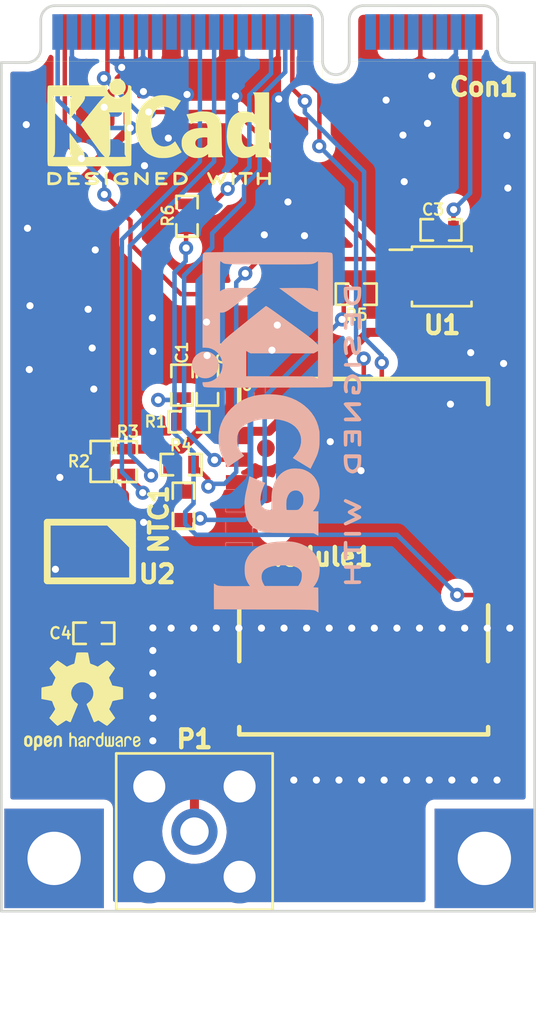
<source format=kicad_pcb>
(kicad_pcb (version 20210228) (generator pcbnew)
  (title_block (title "Lorawan Node based on  E78-868LN22S") (date "2021-01-10") (rev "V1.0") (company "Embedded System Labs"))
  (layers (0 "F.Cu" signal) (31 "B.Cu" signal) (34 "B.Paste" user) (35 "F.Paste" user) (36 "B.SilkS" user "B.Silkscreen") (37 "F.SilkS" user "F.Silkscreen") (38 "B.Mask" user) (39 "F.Mask" user) (44 "Edge.Cuts" user))
  (net 0 "")
  (net 1 "3V3")
  (net 2 "GND")
  (net 3 "Net-(Module1-Pad11)")
  (net 4 "Net-(C1-Pad1)")
  (net 5 "Net-(Con1-Pad20)")
  (net 6 "Net-(Con1-Pad22)")
  (net 7 "Net-(Con1-Pad17)")
  (net 8 "Net-(Con1-Pad19)")
  (net 9 "Net-(Con1-Pad30)")
  (net 10 "Net-(Con1-Pad32)")
  (net 11 "Net-(Con1-Pad45)")
  (net 12 "Net-(Con1-Pad51)")
  (footprint "Mpcie:mpcie-full-card" (layer "F.Cu") (at 153.137843 69.267433 180)
    (fp_text reference "Con1" (at -12.07 -4.64) (layer "F.SilkS") (effects (font (thickness 0.25))))
    (fp_text value "MiniPci" hide)
    (pad "" thru_hole rect (at 12.1 -48.05 180) (size 5.6 5.6) (drill 3) (layers *.Cu))
    (pad "" thru_hole rect (at -12.1 -48.05 180) (size 5.6 5.6) (drill 3) (layers *.Cu))
    (pad "1" smd rect (at -11.7 -1.55 180) (size 0.6 2) (layers "F.Cu" "F.Mask"))
    (pad "2" smd rect (at -11.3 -1.55 180) (size 0.6 2) (layers "B.Cu" "B.Mask") (net 1 "3V3"))
    (pad "3" smd rect (at -10.9 -1.55 180) (size 0.6 2) (layers "F.Cu" "F.Mask"))
    (pad "4" smd rect (at -10.5 -1.55 180) (size 0.6 2) (layers "B.Cu" "B.Mask") (net 2 "GND"))
    (pad "5" smd rect (at -10.1 -1.55 180) (size 0.6 2) (layers "F.Cu" "F.Mask"))
    (pad "6" smd rect (at -9.7 -1.55 180) (size 0.6 2) (layers "B.Cu" "B.Mask"))
    (pad "7" smd rect (at -9.3 -1.55 180) (size 0.6 2) (layers "F.Cu" "F.Mask"))
    (pad "8" smd rect (at -8.9 -1.55 180) (size 0.6 2) (layers "B.Cu" "B.Mask"))
    (pad "9" smd rect (at -8.5 -1.55 180) (size 0.6 2) (layers "F.Cu" "F.Mask") (net 2 "GND"))
    (pad "10" smd rect (at -8.1 -1.55 180) (size 0.6 2) (layers "B.Cu" "B.Mask"))
    (pad "11" smd rect (at -7.7 -1.55 180) (size 0.6 2) (layers "F.Cu" "F.Mask"))
    (pad "12" smd rect (at -7.3 -1.55 180) (size 0.6 2) (layers "B.Cu" "B.Mask"))
    (pad "13" smd rect (at -6.9 -1.55 180) (size 0.6 2) (layers "F.Cu" "F.Mask"))
    (pad "14" smd rect (at -6.5 -1.55 180) (size 0.6 2) (layers "B.Cu" "B.Mask"))
    (pad "15" smd rect (at -6.1 -1.55 180) (size 0.6 2) (layers "F.Cu" "F.Mask") (net 2 "GND"))
    (pad "16" smd rect (at -5.7 -1.55 180) (size 0.6 2) (layers "B.Cu" "B.Mask"))
    (pad "17" smd rect (at -2.1 -1.55 180) (size 0.6 2) (layers "F.Cu" "F.Mask") (net 7 "Net-(Con1-Pad17)"))
    (pad "18" smd rect (at -1.7 -1.55 180) (size 0.6 2) (layers "B.Cu" "B.Mask") (net 2 "GND"))
    (pad "19" smd rect (at -1.3 -1.55 180) (size 0.6 2) (layers "F.Cu" "F.Mask") (net 8 "Net-(Con1-Pad19)"))
    (pad "20" smd rect (at -0.9 -1.55 180) (size 0.6 2) (layers "B.Cu" "B.Mask") (net 5 "Net-(Con1-Pad20)"))
    (pad "21" smd rect (at -0.5 -1.55 180) (size 0.6 2) (layers "F.Cu" "F.Mask") (net 2 "GND"))
    (pad "22" smd rect (at -0.1 -1.55 180) (size 0.6 2) (layers "B.Cu" "B.Mask") (net 6 "Net-(Con1-Pad22)"))
    (pad "23" smd rect (at 0.3 -1.55 180) (size 0.6 2) (layers "F.Cu" "F.Mask"))
    (pad "24" smd rect (at 0.7 -1.55 180) (size 0.6 2) (layers "B.Cu" "B.Mask"))
    (pad "25" smd rect (at 1.1 -1.55 180) (size 0.6 2) (layers "F.Cu" "F.Mask"))
    (pad "26" smd rect (at 1.5 -1.55 180) (size 0.6 2) (layers "B.Cu" "B.Mask") (net 2 "GND"))
    (pad "27" smd rect (at 1.9 -1.55 180) (size 0.6 2) (layers "F.Cu" "F.Mask") (net 2 "GND"))
    (pad "28" smd rect (at 2.3 -1.55 180) (size 0.6 2) (layers "B.Cu" "B.Mask"))
    (pad "29" smd rect (at 2.7 -1.55 180) (size 0.6 2) (layers "F.Cu" "F.Mask") (net 2 "GND"))
    (pad "30" smd rect (at 3.1 -1.55 180) (size 0.6 2) (layers "B.Cu" "B.Mask") (net 9 "Net-(Con1-Pad30)"))
    (pad "31" smd rect (at 3.5 -1.55 180) (size 0.6 2) (layers "F.Cu" "F.Mask"))
    (pad "32" smd rect (at 3.9 -1.55 180) (size 0.6 2) (layers "B.Cu" "B.Mask") (net 10 "Net-(Con1-Pad32)"))
    (pad "33" smd rect (at 4.3 -1.55 180) (size 0.6 2) (layers "F.Cu" "F.Mask"))
    (pad "34" smd rect (at 4.7 -1.55 180) (size 0.6 2) (layers "B.Cu" "B.Mask") (net 2 "GND"))
    (pad "35" smd rect (at 5.1 -1.55 180) (size 0.6 2) (layers "F.Cu" "F.Mask") (net 2 "GND"))
    (pad "36" smd rect (at 5.5 -1.55 180) (size 0.6 2) (layers "B.Cu" "B.Mask"))
    (pad "37" smd rect (at 5.9 -1.55 180) (size 0.6 2) (layers "F.Cu" "F.Mask") (net 2 "GND"))
    (pad "38" smd rect (at 6.3 -1.55 180) (size 0.6 2) (layers "B.Cu" "B.Mask"))
    (pad "39" smd rect (at 6.7 -1.55 180) (size 0.6 2) (layers "F.Cu" "F.Mask") (net 1 "3V3"))
    (pad "40" smd rect (at 7.1 -1.55 180) (size 0.6 2) (layers "B.Cu" "B.Mask") (net 2 "GND"))
    (pad "41" smd rect (at 7.5 -1.55 180) (size 0.6 2) (layers "F.Cu" "F.Mask") (net 1 "3V3"))
    (pad "42" smd rect (at 7.9 -1.55 180) (size 0.6 2) (layers "B.Cu" "B.Mask"))
    (pad "43" smd rect (at 8.3 -1.55 180) (size 0.6 2) (layers "F.Cu" "F.Mask") (net 2 "GND"))
    (pad "44" smd rect (at 8.7 -1.55 180) (size 0.6 2) (layers "B.Cu" "B.Mask"))
    (pad "45" smd rect (at 9.1 -1.55 180) (size 0.6 2) (layers "F.Cu" "F.Mask") (net 11 "Net-(Con1-Pad45)"))
    (pad "46" smd rect (at 9.5 -1.55 180) (size 0.6 2) (layers "B.Cu" "B.Mask"))
    (pad "47" smd rect (at 9.9 -1.55 180) (size 0.6 2) (layers "F.Cu" "F.Mask"))
    (pad "48" smd rect (at 10.3 -1.55 180) (size 0.6 2) (layers "B.Cu" "B.Mask"))
    (pad "49" smd rect (at 10.7 -1.55 180) (size 0.6 2) (layers "F.Cu" "F.Mask"))
    (pad "50" smd rect (at 11.1 -1.55 180) (size 0.6 2) (layers "B.Cu" "B.Mask") (net 2 "GND"))
    (pad "51" smd rect (at 11.5 -1.55 180) (size 0.6 2) (layers "F.Cu" "F.Mask") (net 12 "Net-(Con1-Pad51)"))
    (pad "52" smd rect (at 11.9 -1.55 180) (size 0.6 2) (layers "B.Cu" "B.Mask") (net 1 "3V3"))
  )
  (footprint "RF_Connectors:RF2-03E-T-00-50-G" (layer "F.Cu") (at 148.93 115.81 180)
    (fp_text reference "P1" (at 0 5.2) (layer "F.SilkS") (effects (font (thickness 0.25))))
    (fp_text value "RF2-03E-T-00-50-G")
    (pad "1" thru_hole circle (at 0 0 180) (size 2.6 2.6) (drill 1.6) (layers *.Cu *.Mask) (net 3 "Net-(Module1-Pad11)"))
    (pad "2" thru_hole circle (at 2.54 2.54 180) (size 3 3) (drill 1.8) (layers *.Cu *.Mask) (net 2 "GND"))
    (pad "2" thru_hole circle (at 2.54 -2.54 180) (size 3 3) (drill 1.8) (layers *.Cu *.Mask) (net 2 "GND"))
    (pad "2" thru_hole circle (at -2.54 -2.54 180) (size 3 3) (drill 1.8) (layers *.Cu *.Mask) (net 2 "GND"))
    (pad "2" thru_hole circle (at -2.54 2.54 180) (size 3 3) (drill 1.8) (layers *.Cu *.Mask) (net 2 "GND"))
  )
  (footprint "EByte:E78-868LN22S" (layer "F.Cu") (at 158.45 100.34)
    (fp_text reference "Module1" (at -5.88 0.59) (layer "F.SilkS") (effects (font (thickness 0.25)) (justify left bottom)))
    (fp_text value "REF?" hide)
    (pad "" smd rect (at -5.85 -9.22) (size 0.6 0.6) (layers "F.Cu" "F.Paste" "F.Mask") (clearance 0.01))
    (pad "1" smd rect (at -7 -8) (size 1.5 0.8) (layers "F.Cu" "F.Paste" "F.Mask") (net 2 "GND") (clearance 0.01))
    (pad "2" smd rect (at -7 -6.73) (size 1.5 0.8) (layers "F.Cu" "F.Paste" "F.Mask") (net 1 "3V3") (clearance 0.01))
    (pad "3" smd rect (at -7 -5.46) (size 1.5 0.8) (layers "F.Cu" "F.Paste" "F.Mask") (net 5 "Net-(Con1-Pad20)") (clearance 0.01))
    (pad "4" smd rect (at -7 -4.19) (size 1.5 0.8) (layers "F.Cu" "F.Paste" "F.Mask") (clearance 0.01))
    (pad "5" smd rect (at -7 -2.92) (size 1.5 0.8) (layers "F.Cu" "F.Paste" "F.Mask") (clearance 0.01))
    (pad "6" smd rect (at -7 -1.65) (size 1.5 0.8) (layers "F.Cu" "F.Paste" "F.Mask") (clearance 0.01))
    (pad "7" smd rect (at -7 -0.38) (size 1.5 0.8) (layers "F.Cu" "F.Paste" "F.Mask") (clearance 0.01))
    (pad "8" smd rect (at -7 0.89) (size 1.5 0.8) (layers "F.Cu" "F.Paste" "F.Mask") (clearance 0.01))
    (pad "9" smd rect (at -7 2.16) (size 1.5 0.8) (layers "F.Cu" "F.Paste" "F.Mask") (clearance 0.01))
    (pad "10" smd rect (at -7 6.46) (size 1.5 0.8) (layers "F.Cu" "F.Paste" "F.Mask") (net 2 "GND") (clearance 0.01))
    (pad "11" smd rect (at -7 7.73) (size 1.5 0.8) (layers "F.Cu" "F.Paste" "F.Mask") (net 3 "Net-(Module1-Pad11)") (clearance 0.01))
    (pad "12" smd rect (at -7 9) (size 1.5 0.8) (layers "F.Cu" "F.Paste" "F.Mask") (net 2 "GND") (clearance 0.01))
    (pad "13" smd rect (at 7 9) (size 1.5 0.8) (layers "F.Cu" "F.Paste" "F.Mask") (net 2 "GND") (clearance 0.01))
    (pad "14" smd rect (at 7 7.73) (size 1.5 0.8) (layers "F.Cu" "F.Paste" "F.Mask") (net 2 "GND") (clearance 0.01))
    (pad "15" smd rect (at 7 6.46) (size 1.5 0.8) (layers "F.Cu" "F.Paste" "F.Mask") (net 2 "GND") (clearance 0.01))
    (pad "16" smd rect (at 7 2.16) (size 1.5 0.8) (layers "F.Cu" "F.Paste" "F.Mask") (net 4 "Net-(C1-Pad1)") (clearance 0.01))
    (pad "17" smd rect (at 7 0.89) (size 1.5 0.8) (layers "F.Cu" "F.Paste" "F.Mask") (clearance 0.01))
    (pad "18" smd rect (at 7 -0.38) (size 1.5 0.8) (layers "F.Cu" "F.Paste" "F.Mask") (clearance 0.01))
    (pad "19" smd rect (at 7 -1.65) (size 1.5 0.8) (layers "F.Cu" "F.Paste" "F.Mask") (clearance 0.01))
    (pad "20" smd rect (at 7 -2.92) (size 1.5 0.8) (layers "F.Cu" "F.Paste" "F.Mask") (net 7 "Net-(Con1-Pad17)") (clearance 0.01))
    (pad "21" smd rect (at 7 -4.19) (size 1.5 0.8) (layers "F.Cu" "F.Paste" "F.Mask") (net 8 "Net-(Con1-Pad19)") (clearance 0.01))
    (pad "22" smd rect (at 7 -5.46) (size 1.5 0.8) (layers "F.Cu" "F.Paste" "F.Mask") (clearance 0.01))
    (pad "23" smd rect (at 7 -6.73) (size 1.5 0.8) (layers "F.Cu" "F.Paste" "F.Mask") (clearance 0.01))
    (pad "24" smd rect (at 7 -8) (size 1.5 0.8) (layers "F.Cu" "F.Paste" "F.Mask") (net 2 "GND") (clearance 0.01))
    (pad "25" smd circle (at -4.98 -1.66) (size 1 1) (layers "F.Cu" "F.Paste" "F.Mask"))
    (pad "26" smd circle (at -5.5 -3.51) (size 1 1) (layers "F.Cu" "F.Paste" "F.Mask"))
    (pad "27" smd circle (at -4.04 -4.25) (size 1 1) (layers "F.Cu" "F.Paste" "F.Mask"))
    (pad "28" smd circle (at -5.5 -6.1) (size 1 1) (layers "F.Cu" "F.Paste" "F.Mask"))
  )
  (footprint "Capacitors_Smd_0603:100nF_0603" (layer "F.Cu") (at 148.23 90.69 90)
    (fp_text reference "C1" (at 1.83 0 90) (layer "F.SilkS") (effects (font (size 0.635 0.635) (thickness 0.127))))
    (fp_text value "100n_50V" hide)
    (pad "1" smd rect (at -0.7 0 90) (size 0.6 1) (layers "F.Cu" "F.Paste" "F.Mask") (net 4 "Net-(C1-Pad1)"))
    (pad "2" smd rect (at 0.7 0 90) (size 0.6 1) (layers "F.Cu" "F.Paste" "F.Mask") (net 2 "GND"))
  )
  (footprint "Capacitors_Smd_0603:100nF_0603" (layer "F.Cu") (at 149.66 90.69 90)
    (fp_text reference "C2" (at 1.78 0.89 90) (layer "F.SilkS") (effects (font (size 0.635 0.635) (thickness 0.127))))
    (fp_text value "100n_50V" hide)
    (pad "1" smd rect (at -0.7 0 90) (size 0.6 1) (layers "F.Cu" "F.Paste" "F.Mask") (net 1 "3V3"))
    (pad "2" smd rect (at 0.7 0 90) (size 0.6 1) (layers "F.Cu" "F.Paste" "F.Mask") (net 2 "GND"))
  )
  (footprint "Resistor_Smd_0603:10k_0603" (layer "F.Cu") (at 148.62 92.75 180)
    (fp_text reference "R1" (at 1.87 0.01 180) (layer "F.SilkS") (effects (font (size 0.635 0.635) (thickness 0.127))))
    (fp_text value "10k" hide)
    (pad "1" smd rect (at -0.7 0 180) (size 0.6 1) (layers "F.Cu" "F.Paste" "F.Mask") (net 1 "3V3") (clearance 0.03))
    (pad "2" smd rect (at 0.7 0 180) (size 0.6 1) (layers "F.Cu" "F.Paste" "F.Mask") (net 4 "Net-(C1-Pad1)") (clearance 0.03))
  )
  (footprint "NTC_Thermistors:NTCS0603E3103FMT" (layer "F.Cu") (at 148.31 97.48 90)
    (fp_text reference "NTC1" (at -0.76 -1.38 90) (layer "F.SilkS") (effects (font (thickness 0.25))))
    (fp_text value "NTCS0603E3103FMT")
    (pad "1" smd rect (at -0.8 0 90) (size 0.8 1) (layers "F.Cu" "F.Paste" "F.Mask") (net 12 "Net-(Con1-Pad51)"))
    (pad "2" smd rect (at 0.8 0 90) (size 0.8 1) (layers "F.Cu" "F.Paste" "F.Mask") (net 1 "3V3"))
  )
  (footprint "Resistor_Smd_0603:4k7_0603" (layer "F.Cu") (at 143.69 94.98 -90)
    (fp_text reference "R2" (at 0 1.26 180) (layer "F.SilkS") (effects (font (size 0.635 0.635) (thickness 0.127))))
    (fp_text value "4k7" hide)
    (pad "1" smd rect (at -0.7 0 270) (size 0.6 1) (layers "F.Cu" "F.Paste" "F.Mask") (net 1 "3V3") (clearance 0.03))
    (pad "2" smd rect (at 0.7 0 270) (size 0.6 1) (layers "F.Cu" "F.Paste" "F.Mask") (net 9 "Net-(Con1-Pad30)") (clearance 0.03))
  )
  (footprint "Resistor_Smd_0603:4k7_0603" (layer "F.Cu") (at 145.09 94.99 -90)
    (fp_text reference "R3" (at -1.68 -0.09 180) (layer "F.SilkS") (effects (font (size 0.635 0.635) (thickness 0.127))))
    (fp_text value "4k7" hide)
    (pad "1" smd rect (at -0.7 0 270) (size 0.6 1) (layers "F.Cu" "F.Paste" "F.Mask") (net 1 "3V3") (clearance 0.03))
    (pad "2" smd rect (at 0.7 0 270) (size 0.6 1) (layers "F.Cu" "F.Paste" "F.Mask") (net 10 "Net-(Con1-Pad32)") (clearance 0.03))
  )
  (footprint "Resistor_Smd_0603:4k7_0603" (layer "F.Cu") (at 148.18 95.16)
    (fp_text reference "R4" (at -0.01 -1.08) (layer "F.SilkS") (effects (font (size 0.635 0.635) (thickness 0.127))))
    (fp_text value "4k7" hide)
    (pad "1" smd rect (at -0.7 0) (size 0.6 1) (layers "F.Cu" "F.Paste" "F.Mask") (net 1 "3V3") (clearance 0.03))
    (pad "2" smd rect (at 0.7 0) (size 0.6 1) (layers "F.Cu" "F.Paste" "F.Mask") (net 11 "Net-(Con1-Pad45)") (clearance 0.03))
  )
  (footprint "Resistor_Smd_0603:4k7_0603" (layer "F.Cu") (at 158.03 85.57)
    (fp_text reference "R5" (at 0.02 1.16) (layer "F.SilkS") (effects (font (size 0.635 0.635) (thickness 0.127))))
    (fp_text value "4k7" hide)
    (pad "1" smd rect (at -0.7 0) (size 0.6 1) (layers "F.Cu" "F.Paste" "F.Mask") (net 12 "Net-(Con1-Pad51)") (clearance 0.03))
    (pad "2" smd rect (at 0.7 0) (size 0.6 1) (layers "F.Cu" "F.Paste" "F.Mask") (net 2 "GND") (clearance 0.03))
  )
  (footprint "Temperature_Sensors:TCN75A_SOIC8" (layer "F.Cu") (at 143.05 100.05 180)
    (fp_text reference "U2" (at -3.78 -1.27) (layer "F.SilkS") (effects (font (thickness 0.25))))
    (fp_text value "TCN75A" hide)
    (pad "1" smd oval (at -1.905 2.7 180) (size 0.6 1.55) (layers "F.Cu" "F.Paste" "F.Mask") (net 10 "Net-(Con1-Pad32)") (clearance 0.08))
    (pad "2" smd oval (at -0.635 2.7 180) (size 0.6 1.55) (layers "F.Cu" "F.Paste" "F.Mask") (net 9 "Net-(Con1-Pad30)") (clearance 0.08))
    (pad "3" smd oval (at 0.635 2.7 180) (size 0.6 1.55) (layers "F.Cu" "F.Paste" "F.Mask") (clearance 0.08))
    (pad "4" smd oval (at 1.905 2.7 180) (size 0.6 1.55) (layers "F.Cu" "F.Paste" "F.Mask") (net 2 "GND") (clearance 0.08))
    (pad "5" smd oval (at 1.905 -2.7 180) (size 0.6 1.55) (layers "F.Cu" "F.Paste" "F.Mask") (net 2 "GND") (clearance 0.08))
    (pad "6" smd oval (at 0.635 -2.7 180) (size 0.6 1.55) (layers "F.Cu" "F.Paste" "F.Mask") (net 2 "GND") (clearance 0.08))
    (pad "7" smd oval (at -0.635 -2.7 180) (size 0.6 1.55) (layers "F.Cu" "F.Paste" "F.Mask") (net 1 "3V3") (clearance 0.08))
    (pad "8" smd oval (at -1.905 -2.7 180) (size 0.6 1.55) (layers "F.Cu" "F.Paste" "F.Mask") (net 1 "3V3") (clearance 0.08))
  )
  (footprint "Temperature_Sensors:DS18B20U_MSOP-8_3x3mm_P0.65mm" (layer "F.Cu") (at 162.84 84.57)
    (fp_text reference "U1" (at 0.02 2.74) (layer "F.SilkS") (effects (font (thickness 0.25))))
    (fp_text value "DS18B20U")
    (pad "1" smd rect (at -2.2 -0.975) (size 1.45 0.45) (layers "F.Cu" "F.Paste" "F.Mask") (net 11 "Net-(Con1-Pad45)") (clearance 0.05))
    (pad "2" smd rect (at -2.2 -0.325) (size 1.45 0.45) (layers "F.Cu" "F.Paste" "F.Mask") (clearance 0.05))
    (pad "3" smd rect (at -2.2 0.325) (size 1.45 0.45) (layers "F.Cu" "F.Paste" "F.Mask") (clearance 0.05))
    (pad "4" smd rect (at -2.2 0.975) (size 1.45 0.45) (layers "F.Cu" "F.Paste" "F.Mask") (net 2 "GND") (clearance 0.05))
    (pad "5" smd rect (at 2.2 0.975) (size 1.45 0.45) (layers "F.Cu" "F.Paste" "F.Mask") (clearance 0.05))
    (pad "6" smd rect (at 2.2 0.325) (size 1.45 0.45) (layers "F.Cu" "F.Paste" "F.Mask") (clearance 0.05))
    (pad "7" smd rect (at 2.2 -0.325) (size 1.45 0.45) (layers "F.Cu" "F.Paste" "F.Mask") (clearance 0.05))
    (pad "8" smd rect (at 2.2 -0.975) (size 1.45 0.45) (layers "F.Cu" "F.Paste" "F.Mask") (net 1 "3V3") (clearance 0.05))
  )
  (footprint "Capacitors_Smd_0603:100nF_0603" (layer "F.Cu") (at 162.8 81.95 180)
    (fp_text reference "C3" (at 0.45 1.14 180) (layer "F.SilkS") (effects (font (size 0.635 0.635) (thickness 0.127))))
    (fp_text value "100n_50V" hide)
    (pad "1" smd rect (at -0.7 0 180) (size 0.6 1) (layers "F.Cu" "F.Paste" "F.Mask") (net 1 "3V3"))
    (pad "2" smd rect (at 0.7 0 180) (size 0.6 1) (layers "F.Cu" "F.Paste" "F.Mask") (net 2 "GND"))
  )
  (footprint "Capacitors_Smd_0603:100nF_0603" (layer "F.Cu") (at 143.27 104.65 180)
    (fp_text reference "C4" (at 1.88 0 180) (layer "F.SilkS") (effects (font (size 0.635 0.635) (thickness 0.127))))
    (fp_text value "100n_50V" hide)
    (pad "1" smd rect (at -0.7 0 180) (size 0.6 1) (layers "F.Cu" "F.Paste" "F.Mask") (net 1 "3V3"))
    (pad "2" smd rect (at 0.7 0 180) (size 0.6 1) (layers "F.Cu" "F.Paste" "F.Mask") (net 2 "GND"))
  )
  (footprint "Resistor_Smd_0603:0R_0603" (layer "F.Cu") (at 148.51 81.19 90)
    (fp_text reference "R6" (at 0.04 -1.08 90) (layer "F.SilkS") (effects (font (size 0.635 0.635) (thickness 0.127))))
    (fp_text value "0R" hide)
    (pad "1" smd rect (at -0.7 0 90) (size 0.6 1) (layers "F.Cu" "F.Paste" "F.Mask") (net 4 "Net-(C1-Pad1)") (clearance 0.03))
    (pad "2" smd rect (at 0.7 0 90) (size 0.6 1) (layers "F.Cu" "F.Paste" "F.Mask") (net 6 "Net-(Con1-Pad22)") (clearance 0.03))
  )
  (footprint "Symbols:KiCad-Logo2_5mm_SilkScreen" (layer "F.Cu") (at 146.94 76.43)
    (fp_text reference "REF**" hide)
    (fp_text value "KiCad-Logo2_5mm_SilkScreen" hide)
  )
  (footprint "Symbols:OSHW-Logo2_7.3x6mm_SilkScreen" (layer "F.Cu") (at 142.62 108.49)
    (fp_text reference "REFe" hide)
    (fp_text value "OSHW-Logo2_7.3x6mm_SilkScreen" hide)
  )
  (footprint "Symbols:KiCad-Logo2_8mm_SilkScreen" (layer "B.Cu") (at 152.726424 93.330107 -90)
    (fp_text reference "REF**" hide)
    (fp_text value "KiCad-Logo2_8mm_SilkScreen" hide)
  )
  (gr_line (start 156.137843 70.147433) (end 156.137843 72.467433) (layer "Edge.Cuts") (width 0.15))
  (gr_arc (start 166.787744 71.739999) (end 166.787744 72.539999) (angle 90.9) (layer "Edge.Cuts") (width 0.15))
  (gr_arc (start 141.087843 70.137433) (end 141.087843 69.337433) (angle -90.9) (layer "Edge.Cuts") (width 0.15))
  (gr_arc (start 165.187843 70.137433) (end 165.187843 69.337433) (angle 90.9) (layer "Edge.Cuts") (width 0.15))
  (gr_arc (start 155.337942 70.134867) (end 155.337942 69.334867) (angle 90.9) (layer "Edge.Cuts") (width 0.15))
  (gr_arc (start 158.437737 70.138285) (end 158.437744 69.334867) (angle -88.49165452) (layer "Edge.Cuts") (width 0.15))
  (gr_line (start 139.487942 72.539999) (end 138.067843 72.537433) (layer "Edge.Cuts") (width 0.15))
  (gr_arc (start 139.487942 71.739999) (end 139.487942 72.539999) (angle -90.18379833) (layer "Edge.Cuts") (width 0.15))
  (gr_line (start 140.287843 71.737433) (end 140.287942 70.149999) (layer "Edge.Cuts") (width 0.15))
  (gr_line (start 155.337942 69.334867) (end 141.087843 69.337433) (layer "Edge.Cuts") (width 0.15))
  (gr_line (start 157.634598 70.11713) (end 157.634598 72.53713) (layer "Edge.Cuts") (width 0.15))
  (gr_line (start 165.187843 69.337433) (end 158.437744 69.334867) (layer "Edge.Cuts") (width 0.15))
  (gr_line (start 168.067843 120.287433) (end 138.067843 120.287433) (layer "Edge.Cuts") (width 0.15))
  (gr_arc (start 156.887843 72.467433) (end 156.137843 72.467433) (angle -174.6678411) (layer "Edge.Cuts") (width 0.15))
  (gr_line (start 168.067843 72.537433) (end 166.787744 72.539999) (layer "Edge.Cuts") (width 0.15))
  (gr_line (start 165.987843 71.727433) (end 165.987744 70.149999) (layer "Edge.Cuts") (width 0.15))
  (gr_line (start 168.067843 120.287433) (end 168.067843 72.537433) (layer "Edge.Cuts") (width 0.15))
  (gr_line (start 138.067843 120.287433) (end 138.067843 72.537433) (layer "Edge.Cuts") (width 0.15))
  (segment (start 143.424001 78.349921) (end 143.424001 78.115999) (width 0.508) (layer "F.Cu") (net 1))
  (segment (start 151.774011 93.285989) (end 153.124011 93.285989) (width 0.508) (layer "F.Cu") (net 1))
  (segment (start 161.281998 87.718002) (end 163.27 85.73) (width 0.508) (layer "F.Cu") (net 1))
  (segment (start 147.52 94.29) (end 147.52 95.12) (width 0.254) (layer "F.Cu") (net 1))
  (segment (start 164.054198 83.394198) (end 163.5 82.84) (width 0.254) (layer "F.Cu") (net 1))
  (segment (start 141.54 80.233922) (end 143.424001 78.349921) (width 0.508) (layer "F.Cu") (net 1))
  (segment (start 149.66 92) (end 149.32 92.34) (width 0.508) (layer "F.Cu") (net 1))
  (segment (start 143.685 101.721) (end 143.685 102.75) (width 0.254) (layer "F.Cu") (net 1))
  (segment (start 141.804 99.84) (end 143.685 101.721) (width 0.254) (layer "F.Cu") (net 1))
  (segment (start 145.07 75.97) (end 145.32 76.22) (width 0.254) (layer "F.Cu") (net 1))
  (segment (start 140.09 99.03) (end 140.9 99.84) (width 0.254) (layer "F.Cu") (net 1))
  (segment (start 164.255 83.595) (end 165.04 83.595) (width 0.254) (layer "F.Cu") (net 1))
  (segment (start 147.48 95.16) (end 147.48 94.37) (width 0.508) (layer "F.Cu") (net 1))
  (segment (start 147.48 95.16) (end 147.48 95.59) (width 0.254) (layer "F.Cu") (net 1))
  (segment (start 158.691998 87.718002) (end 161.281998 87.718002) (width 0.508) (layer "F.Cu") (net 1))
  (segment (start 148.31 96.42) (end 148.31 96.68) (width 0.254) (layer "F.Cu") (net 1))
  (segment (start 163.27 84.379198) (end 163.806999 83.842199) (width 0.508) (layer "F.Cu") (net 1))
  (segment (start 141.54 92.33) (end 141.54 80.233922) (width 0.508) (layer "F.Cu") (net 1))
  (segment (start 163.5 81.95) (end 163.5 82.84) (width 0.254) (layer "F.Cu") (net 1))
  (segment (start 143.424001 78.115999) (end 145.32 76.22) (width 0.508) (layer "F.Cu") (net 1))
  (segment (start 143.69 94.28) (end 141.804116 94.28) (width 0.254) (layer "F.Cu") (net 1))
  (segment (start 144.955 104.145) (end 144.45 104.65) (width 0.254) (layer "F.Cu") (net 1))
  (segment (start 140.09 95.994116) (end 140.09 99.03) (width 0.254) (layer "F.Cu") (net 1))
  (segment (start 146.23 72.58) (end 145.93 72.58) (width 0.254) (layer "F.Cu") (net 1))
  (segment (start 147.52 95.12) (end 147.48 95.16) (width 0.254) (layer "F.Cu") (net 1))
  (segment (start 153.124011 93.285989) (end 158.691998 87.718002) (width 0.508) (layer "F.Cu") (net 1))
  (segment (start 147.52 94.29) (end 146.795962 94.29) (width 0.254) (layer "F.Cu") (net 1))
  (segment (start 146.437843 72.372157) (end 146.23 72.58) (width 0.254) (layer "F.Cu") (net 1))
  (segment (start 145.08 94.28) (end 145.09 94.29) (width 0.254) (layer "F.Cu") (net 1))
  (segment (start 149.32 92.75) (end 149.32 93.16) (width 0.508) (layer "F.Cu") (net 1))
  (segment (start 148.19 94.29) (end 147.56 94.29) (width 0.508) (layer "F.Cu") (net 1))
  (segment (start 163.27 85.73) (end 163.27 84.379198) (width 0.508) (layer "F.Cu") (net 1))
  (segment (start 149.32 93.16) (end 148.19 94.29) (width 0.508) (layer "F.Cu") (net 1))
  (segment (start 151.45 93.61) (end 150.18 93.61) (width 0.508) (layer "F.Cu") (net 1))
  (segment (start 163.5 81.95) (end 163.5 80.82) (width 0.254) (layer "F.Cu") (net 1))
  (segment (start 143.49 94.28) (end 141.54 92.33) (width 0.508) (layer "F.Cu") (net 1))
  (segment (start 143.69 94.28) (end 143.49 94.28) (width 0.508) (layer "F.Cu") (net 1))
  (segment (start 147.48 94.37) (end 147.56 94.29) (width 0.508) (layer "F.Cu") (net 1))
  (segment (start 145.98 72.58) (end 146.11 72.71) (width 0.254) (layer "F.Cu") (net 1))
  (segment (start 145.637843 72.287843) (end 145.637843 70.817433) (width 0.254) (layer "F.Cu") (net 1))
  (segment (start 151.45 93.61) (end 151.774011 93.285989) (width 0.508) (layer "F.Cu") (net 1))
  (segment (start 145.29 94.29) (end 145.09 94.29) (width 0.254) (layer "F.Cu") (net 1))
  (segment (start 145.93 72.58) (end 145.98 72.58) (width 0.254) (layer "F.Cu") (net 1))
  (segment (start 146.11 72.71) (end 145.07 73.75) (width 0.254) (layer "F.Cu") (net 1))
  (segment (start 140.9 99.84) (end 141.804 99.84) (width 0.254) (layer "F.Cu") (net 1))
  (segment (start 144.955 102.75) (end 143.685 102.75) (width 0.254) (layer "F.Cu") (net 1))
  (segment (start 144.45 104.65) (end 143.97 104.65) (width 0.254) (layer "F.Cu") (net 1))
  (segment (start 149.32 92.34) (end 149.32 92.75) (width 0.508) (layer "F.Cu") (net 1))
  (segment (start 145.07 73.75) (end 145.07 75.97) (width 0.254) (layer "F.Cu") (net 1))
  (segment (start 143.69 94.28) (end 145.08 94.28) (width 0.254) (layer "F.Cu") (net 1))
  (segment (start 147.48 95.59) (end 148.31 96.42) (width 0.254) (layer "F.Cu") (net 1))
  (segment (start 147.56 94.29) (end 145.29 94.29) (width 0.508) (layer "F.Cu") (net 1))
  (segment (start 164.054198 83.595) (end 164.054198 83.394198) (width 0.254) (layer "F.Cu") (net 1))
  (segment (start 163.5 80.82) (end 163.51 80.81) (width 0.254) (layer "F.Cu") (net 1))
  (segment (start 144.955 102.75) (end 144.955 104.145) (width 0.254) (layer "F.Cu") (net 1))
  (segment (start 150.18 93.61) (end 149.32 92.75) (width 0.508) (layer "F.Cu") (net 1))
  (segment (start 141.804116 94.28) (end 140.09 95.994116) (width 0.254) (layer "F.Cu") (net 1))
  (segment (start 163.27 84.379198) (end 164.054198 83.595) (width 0.254) (layer "F.Cu") (net 1))
  (segment (start 164.054198 83.595) (end 164.255 83.595) (width 0.254) (layer "F.Cu") (net 1))
  (segment (start 145.93 72.58) (end 145.637843 72.287843) (width 0.254) (layer "F.Cu") (net 1))
  (segment (start 148.19 94.29) (end 147.52 94.29) (width 0.254) (layer "F.Cu") (net 1))
  (segment (start 146.437843 70.817433) (end 146.437843 72.372157) (width 0.254) (layer "F.Cu") (net 1))
  (segment (start 149.66 91.4) (end 149.66 92) (width 0.508) (layer "F.Cu") (net 1))
  (via (at 145.32 76.22) (size 0.8) (drill 0.4) (layers "F.Cu" "B.Cu") (net 1))
  (via (at 163.51 80.81) (size 0.8) (drill 0.4) (layers "F.Cu" "B.Cu") (net 1))
  (segment (start 164.437843 79.882157) (end 163.51 80.81) (width 0.254) (layer "B.Cu") (net 1))
  (segment (start 141.237843 74.637843) (end 142.82 76.22) (width 0.254) (layer "B.Cu") (net 1))
  (segment (start 141.237843 70.817433) (end 141.237843 74.637843) (width 0.254) (layer "B.Cu") (net 1))
  (segment (start 142.82 76.22) (end 145.32 76.22) (width 0.254) (layer "B.Cu") (net 1))
  (segment (start 164.437843 70.817433) (end 164.437843 79.882157) (width 0.254) (layer "B.Cu") (net 1))
  (segment (start 150.437843 70.817433) (end 150.437843 72.408407) (width 0.254) (layer "F.Cu") (net 2))
  (segment (start 162.21 84.960802) (end 162.21 82.06) (width 0.254) (layer "F.Cu") (net 2))
  (segment (start 142.415 102.75) (end 141.145 102.75) (width 0.254) (layer "F.Cu") (net 2))
  (segment (start 144.567001 73.748961) (end 143.85 74.465962) (width 0.254) (layer "F.Cu") (net 2))
  (segment (start 141.145 101.085) (end 141.11 101.05) (width 0.254) (layer "F.Cu") (net 2))
  (segment (start 142.57 104.65) (end 142.57 103.99) (width 0.254) (layer "F.Cu") (net 2))
  (segment (start 144.837843 73.143721) (end 144.567001 73.414563) (width 0.254) (layer "F.Cu") (net 2))
  (segment (start 148.24 90) (end 148.23 89.99) (width 0.254) (layer "F.Cu") (net 2))
  (segment (start 150.96 90) (end 151.45 90.49) (width 0.254) (layer "F.Cu") (net 2))
  (segment (start 141.145 96.095) (end 141.36 95.88) (width 0.254) (layer "F.Cu") (net 2))
  (segment (start 149.66 89.04) (end 149.64 89.02) (width 0.254) (layer "F.Cu") (net 2))
  (segment (start 143.85 74.465962) (end 143.85 75.05) (width 0.254) (layer "F.Cu") (net 2))
  (segment (start 144.837843 72.812157) (end 144.837843 73.143721) (width 0.254) (layer "F.Cu") (net 2))
  (segment (start 149.66 90) (end 148.24 90) (width 0.254) (layer "F.Cu") (net 2))
  (segment (start 141.145 97.35) (end 141.145 96.095) (width 0.254) (layer "F.Cu") (net 2))
  (segment (start 150.437843 72.408407) (end 148.512833 74.333417) (width 0.254) (layer "F.Cu") (net 2))
  (segment (start 161.637843 70.817433) (end 161.637843 72.643328) (width 0.254) (layer "F.Cu") (net 2))
  (segment (start 149.66 90) (end 150.96 90) (width 0.254) (layer "F.Cu") (net 2))
  (segment (start 153.637843 70.817433) (end 153.637843 74.556616) (width 0.254) (layer "F.Cu") (net 2))
  (segment (start 148.037843 70.817433) (end 148.037843 73.858427) (width 0.254) (layer "F.Cu") (net 2))
  (segment (start 142.57 103.99) (end 142.415 103.835) (width 0.254) (layer "F.Cu") (net 2))
  (segment (start 148.037843 73.858427) (end 148.512833 74.333417) (width 0.254) (layer "F.Cu") (net 2))
  (segment (start 161.625802 85.545) (end 162.21 84.960802) (width 0.254) (layer "F.Cu") (net 2))
  (segment (start 160.64 85.545) (end 158.755 85.545) (width 0.254) (layer "F.Cu") (net 2))
  (segment (start 147.237843 72.992157) (end 146.06 74.17) (width 0.254) (layer "F.Cu") (net 2))
  (segment (start 144.837843 70.817433) (end 144.837843 72.812157) (width 0.254) (layer "F.Cu") (net 2))
  (segment (start 142.415 103.835) (end 142.415 102.75) (width 0.254) (layer "F.Cu") (net 2))
  (segment (start 149.66 90) (end 149.66 89.04) (width 0.254) (layer "F.Cu") (net 2))
  (segment (start 151.45 92.34) (end 151.45 90.9) (width 0.254) (layer "F.Cu") (net 2))
  (segment (start 144.567001 73.414563) (end 144.567001 73.748961) (width 0.254) (layer "F.Cu") (net 2))
  (segment (start 160.64 85.545) (end 161.625802 85.545) (width 0.254) (layer "F.Cu") (net 2))
  (segment (start 141.145 102.75) (end 141.145 101.085) (width 0.254) (layer "F.Cu") (net 2))
  (segment (start 151.45 90.49) (end 151.45 90.9) (width 0.254) (layer "F.Cu") (net 2))
  (segment (start 158.755 85.545) (end 158.73 85.57) (width 0.254) (layer "F.Cu") (net 2))
  (segment (start 162.21 82.06) (end 162.1 81.95) (width 0.254) (layer "F.Cu") (net 2))
  (segment (start 147.237843 70.817433) (end 147.237843 72.992157) (width 0.254) (layer "F.Cu") (net 2))
  (segment (start 151.237843 74.428834) (end 151.23899 74.429981) (width 0.254) (layer "F.Cu") (net 2))
  (segment (start 153.637843 74.556616) (end 153.668355 74.587128) (width 0.254) (layer "F.Cu") (net 2))
  (segment (start 151.237843 70.817433) (end 151.237843 74.428834) (width 0.254) (layer "F.Cu") (net 2))
  (segment (start 161.637843 72.643328) (end 162.281613 73.287098) (width 0.254) (layer "F.Cu") (net 2))
  (via (at 148.89 104.36) (size 0.8) (drill 0.4) (layers "F.Cu" "B.Cu") (net 2))
  (via (at 150.16 104.36) (size 0.8) (drill 0.4) (layers "F.Cu" "B.Cu") (net 2))
  (via (at 151.43 104.36) (size 0.8) (drill 0.4) (layers "F.Cu" "B.Cu") (net 2))
  (via (at 152.7 104.36) (size 0.8) (drill 0.4) (layers "F.Cu" "B.Cu") (net 2))
  (via (at 153.97 104.36) (size 0.8) (drill 0.4) (layers "F.Cu" "B.Cu") (net 2))
  (via (at 155.24 104.36) (size 0.8) (drill 0.4) (layers "F.Cu" "B.Cu") (net 2))
  (via (at 156.51 104.36) (size 0.8) (drill 0.4) (layers "F.Cu" "B.Cu") (net 2))
  (via (at 157.78 104.36) (size 0.8) (drill 0.4) (layers "F.Cu" "B.Cu") (net 2))
  (via (at 159.05 104.36) (size 0.8) (drill 0.4) (layers "F.Cu" "B.Cu") (net 2))
  (via (at 160.32 104.36) (size 0.8) (drill 0.4) (layers "F.Cu" "B.Cu") (net 2))
  (via (at 161.59 104.36) (size 0.8) (drill 0.4) (layers "F.Cu" "B.Cu") (net 2))
  (via (at 162.86 104.36) (size 0.8) (drill 0.4) (layers "F.Cu" "B.Cu") (net 2))
  (via (at 164.13 104.36) (size 0.8) (drill 0.4) (layers "F.Cu" "B.Cu") (net 2))
  (via (at 165.4 104.36) (size 0.8) (drill 0.4) (layers "F.Cu" "B.Cu") (net 2))
  (via (at 166.67 104.36) (size 0.8) (drill 0.4) (layers "F.Cu" "B.Cu") (net 2))
  (via (at 146.59 105.62) (size 0.8) (drill 0.4) (layers "F.Cu" "B.Cu") (net 2))
  (via (at 146.59 106.89) (size 0.8) (drill 0.4) (layers "F.Cu" "B.Cu") (net 2))
  (via (at 146.59 108.16) (size 0.8) (drill 0.4) (layers "F.Cu" "B.Cu") (net 2))
  (via (at 146.59 109.43) (size 0.8) (drill 0.4) (layers "F.Cu" "B.Cu") (net 2))
  (via (at 146.59 110.7) (size 0.8) (drill 0.4) (layers "F.Cu" "B.Cu") (net 2))
  (via (at 154.52 112.91) (size 0.8) (drill 0.4) (layers "F.Cu" "B.Cu") (net 2))
  (via (at 155.79 112.91) (size 0.8) (drill 0.4) (layers "F.Cu" "B.Cu") (net 2))
  (via (at 157.06 112.91) (size 0.8) (drill 0.4) (layers "F.Cu" "B.Cu") (net 2))
  (via (at 158.33 112.91) (size 0.8) (drill 0.4) (layers "F.Cu" "B.Cu") (net 2))
  (via (at 159.6 112.91) (size 0.8) (drill 0.4) (layers "F.Cu" "B.Cu") (net 2))
  (via (at 160.87 112.91) (size 0.8) (drill 0.4) (layers "F.Cu" "B.Cu") (net 2))
  (via (at 162.14 112.91) (size 0.8) (drill 0.4) (layers "F.Cu" "B.Cu") (net 2))
  (via (at 163.41 112.91) (size 0.8) (drill 0.4) (layers "F.Cu" "B.Cu") (net 2))
  (via (at 164.68 112.91) (size 0.8) (drill 0.4) (layers "F.Cu" "B.Cu") (net 2))
  (via (at 165.95 112.91) (size 0.8) (drill 0.4) (layers "F.Cu" "B.Cu") (net 2))
  (via (at 146.59 104.35) (size 0.8) (drill 0.4) (layers "F.Cu" "B.Cu") (net 2))
  (via (at 154.19 80.38) (size 0.8) (drill 0.4) (layers "F.Cu" "B.Cu") (net 2))
  (via (at 144.837843 72.812157) (size 0.8) (drill 0.4) (layers "F.Cu" "B.Cu") (net 2))
  (via (at 162.281613 73.287098) (size 0.8) (drill 0.4) (layers "F.Cu" "B.Cu") (net 2))
  (via (at 147.46 76.79) (size 0.8) (drill 0.4) (layers "F.Cu" "B.Cu") (net 2))
  (via (at 164.47 88.86) (size 0.8) (drill 0.4) (layers "F.Cu" "B.Cu") (net 2))
  (via (at 151.23899 74.429981) (size 0.8) (drill 0.4) (layers "F.Cu" "B.Cu") (net 2))
  (via (at 153.29 88.72) (size 0.8) (drill 0.4) (layers "F.Cu" "B.Cu") (net 2))
  (via (at 146.59 88.79) (size 0.8) (drill 0.4) (layers "F.Cu" "B.Cu") (net 2))
  (via (at 148.512833 74.333417) (size 0.8) (drill 0.4) (layers "F.Cu" "B.Cu") (net 2))
  (via (at 139.47 76.03) (size 0.8) (drill 0.4) (layers "F.Cu" "B.Cu") (net 2))
  (via (at 141.11 101.05) (size 0.8) (drill 0.4) (layers "F.Cu" "B.Cu") (net 2))
  (via (at 149.61 87.14) (size 0.8) (drill 0.4) (layers "F.Cu" "B.Cu") (net 2))
  (via (at 142.95 86.42) (size 0.8) (drill 0.4) (layers "F.Cu" "B.Cu") (net 2))
  (via (at 160.73 79.24) (size 0.8) (drill 0.4) (layers "F.Cu" "B.Cu") (net 2))
  (via (at 143.85 75.05) (size 0.8) (drill 0.4) (layers "F.Cu" "B.Cu") (net 2))
  (via (at 160.66 76.62) (size 0.8) (drill 0.4) (layers "F.Cu" "B.Cu") (net 2))
  (via (at 153.59 87.31) (size 0.8) (drill 0.4) (layers "F.Cu" "B.Cu") (net 2))
  (via (at 166.51 76.64) (size 0.8) (drill 0.4) (layers "F.Cu" "B.Cu") (net 2))
  (via (at 146.56 86.9) (size 0.8) (drill 0.4) (layers "F.Cu" "B.Cu") (net 2))
  (via (at 155.12 82.28) (size 0.8) (drill 0.4) (layers "F.Cu" "B.Cu") (net 2))
  (via (at 166.56 79.6) (size 0.8) (drill 0.4) (layers "F.Cu" "B.Cu") (net 2))
  (via (at 143.18 88.6) (size 0.8) (drill 0.4) (layers "F.Cu" "B.Cu") (net 2))
  (via (at 146.12 78.34) (size 0.8) (drill 0.4) (layers "F.Cu" "B.Cu") (net 2))
  (via (at 166.32 89.47) (size 0.8) (drill 0.4) (layers "F.Cu" "B.Cu") (net 2))
  (via (at 146.06 74.17) (size 0.8) (drill 0.4) (layers "F.Cu" "B.Cu") (net 2))
  (via (at 141.36 95.88) (size 0.8) (drill 0.4) (layers "F.Cu" "B.Cu") (net 2))
  (via (at 163.33 91.76) (size 0.8) (drill 0.4) (layers "F.Cu" "B.Cu") (net 2))
  (via (at 152.86 82.23) (size 0.8) (drill 0.4) (layers "F.Cu" "B.Cu") (net 2))
  (via (at 143.27 90.91) (size 0.8) (drill 0.4) (layers "F.Cu" "B.Cu") (net 2))
  (via (at 158.3 95.5) (size 0.8) (drill 0.4) (layers "F.Cu" "B.Cu") (net 2))
  (via (at 139.68 86.22) (size 0.8) (drill 0.4) (layers "F.Cu" "B.Cu") (net 2))
  (via (at 143.35 83.08) (size 0.8) (drill 0.4) (layers "F.Cu" "B.Cu") (net 2))
  (via (at 159.71 74.65) (size 0.8) (drill 0.4) (layers "F.Cu" "B.Cu") (net 2))
  (via (at 149.64 89.02) (size 0.8) (drill 0.4) (layers "F.Cu" "B.Cu") (net 2))
  (via (at 156.57 93.87) (size 0.8) (drill 0.4) (layers "F.Cu" "B.Cu") (net 2))
  (via (at 139.64 89.81) (size 0.8) (drill 0.4) (layers "F.Cu" "B.Cu") (net 2))
  (via (at 139.54 81.86) (size 0.8) (drill 0.4) (layers "F.Cu" "B.Cu") (net 2))
  (via (at 147.62 104.36) (size 0.8) (drill 0.4) (layers "F.Cu" "B.Cu") (net 2))
  (via (at 153.668355 74.587128) (size 0.8) (drill 0.4) (layers "F.Cu" "B.Cu") (net 2))
  (via (at 162.04 75.96) (size 0.8) (drill 0.4) (layers "F.Cu" "B.Cu") (net 2))
  (via (at 146.07 98.41) (size 0.8) (drill 0.4) (layers "F.Cu" "B.Cu") (net 2))
  (segment (start 163.637843 70.817433) (end 163.637843 72.071433) (width 0.254) (layer "B.Cu") (net 2))
  (segment (start 163.637843 72.071433) (end 162.422178 73.287098) (width 0.254) (layer "B.Cu") (net 2))
  (segment (start 146.037843 74.147843) (end 146.06 74.17) (width 0.254) (layer "B.Cu") (net 2))
  (segment (start 151.637843 70.817433) (end 151.637843 73.843721) (width 0.254) (layer "B.Cu") (net 2))
  (segment (start 162.422178 73.287098) (end 162.281613 73.287098) (width 0.254) (layer "B.Cu") (net 2))
  (segment (start 151.637843 73.843721) (end 151.23899 74.242574) (width 0.254) (layer "B.Cu") (net 2))
  (segment (start 148.437843 70.817433) (end 148.437843 74.258427) (width 0.254) (layer "B.Cu") (net 2))
  (segment (start 149.64 87.17) (end 149.61 87.14) (width 0.254) (layer "B.Cu") (net 2))
  (segment (start 151.23899 74.242574) (end 151.23899 74.429981) (width 0.254) (layer "B.Cu") (net 2))
  (segment (start 149.64 89.02) (end 149.64 87.17) (width 0.254) (layer "B.Cu") (net 2))
  (segment (start 146.037843 70.817433) (end 146.037843 74.147843) (width 0.254) (layer "B.Cu") (net 2))
  (segment (start 142.97 75.05) (end 143.85 75.05) (width 0.254) (layer "B.Cu") (net 2))
  (segment (start 148.437843 74.258427) (end 148.512833 74.333417) (width 0.254) (layer "B.Cu") (net 2))
  (segment (start 142.037843 70.817433) (end 142.037843 74.117843) (width 0.254) (layer "B.Cu") (net 2))
  (segment (start 154.837843 73.41764) (end 153.668355 74.587128) (width 0.254) (layer "B.Cu") (net 2))
  (segment (start 154.837843 70.817433) (end 154.837843 73.41764) (width 0.254) (layer "B.Cu") (net 2))
  (segment (start 142.037843 74.117843) (end 142.97 75.05) (width 0.254) (layer "B.Cu") (net 2))
  (segment (start 151.45 108.07) (end 150.22 108.07) (width 0.508) (layer "F.Cu") (net 3))
  (segment (start 148.93 109.36) (end 148.93 115.81) (width 0.508) (layer "F.Cu") (net 3))
  (segment (start 150.22 108.07) (end 148.93 109.36) (width 0.508) (layer "F.Cu") (net 3))
  (segment (start 148.46 81.94) (end 148.51 81.89) (width 0.254) (layer "F.Cu") (net 4))
  (segment (start 147.92 92.75) (end 147.92 92.11) (width 0.254) (layer "F.Cu") (net 4))
  (segment (start 146.89 91.52) (end 148.1 91.52) (width 0.254) (layer "F.Cu") (net 4))
  (segment (start 148.23 91.8) (end 148.23 91.39) (width 0.254) (layer "F.Cu") (net 4))
  (segment (start 147.92 92.11) (end 148.23 91.8) (width 0.254) (layer "F.Cu") (net 4))
  (segment (start 163.72 102.5) (end 163.71 102.49) (width 0.254) (layer "F.Cu") (net 4))
  (segment (start 148.1 91.52) (end 148.23 91.39) (width 0.254) (layer "F.Cu") (net 4))
  (segment (start 148.46 82.97) (end 148.46 81.94) (width 0.254) (layer "F.Cu") (net 4))
  (segment (start 165.45 102.5) (end 163.72 102.5) (width 0.254) (layer "F.Cu") (net 4))
  (via (at 163.71 102.49) (size 0.8) (drill 0.4) (layers "F.Cu" "B.Cu") (net 4))
  (via (at 146.89 91.52) (size 0.8) (drill 0.4) (layers "F.Cu" "B.Cu") (net 4))
  (via (at 148.46 82.97) (size 0.8) (drill 0.4) (layers "F.Cu" "B.Cu") (net 4))
  (segment (start 148.435 83.715) (end 148.435 82.995) (width 0.254) (layer "B.Cu") (net 4))
  (segment (start 146.89 91.52) (end 147.73 91.52) (width 0.254) (layer "B.Cu") (net 4))
  (segment (start 160.33 99.11) (end 152.75 99.11) (width 0.254) (layer "B.Cu") (net 4))
  (segment (start 147.81 84.34) (end 148.435 83.715) (width 0.254) (layer "B.Cu") (net 4))
  (segment (start 149.02 99.11) (end 148.41 98.5) (width 0.254) (layer "B.Cu") (net 4))
  (segment (start 147.81 93.41) (end 147.81 91.44) (width 0.254) (layer "B.Cu") (net 4))
  (segment (start 148.88 97.35) (end 148.88 94.48) (width 0.254) (layer "B.Cu") (net 4))
  (segment (start 147.73 91.52) (end 147.81 91.44) (width 0.254) (layer "B.Cu") (net 4))
  (segment (start 147.81 90.95) (end 147.81 90.8) (width 0.254) (layer "B.Cu") (net 4))
  (segment (start 148.435 82.995) (end 148.46 82.97) (width 0.254) (layer "B.Cu") (net 4))
  (segment (start 148.88 94.48) (end 147.81 93.41) (width 0.254) (layer "B.Cu") (net 4))
  (segment (start 148.41 98.5) (end 148.41 97.82) (width 0.254) (layer "B.Cu") (net 4))
  (segment (start 152.75 99.11) (end 149.02 99.11) (width 0.254) (layer "B.Cu") (net 4))
  (segment (start 163.71 102.49) (end 160.33 99.11) (width 0.254) (layer "B.Cu") (net 4))
  (segment (start 147.81 91.44) (end 147.81 90.95) (width 0.254) (layer "B.Cu") (net 4))
  (segment (start 148.41 97.82) (end 148.88 97.35) (width 0.254) (layer "B.Cu") (net 4))
  (segment (start 147.81 90.95) (end 147.81 84.34) (width 0.254) (layer "B.Cu") (net 4))
  (segment (start 151.45 94.88) (end 150.08 94.88) (width 0.254) (layer "F.Cu") (net 5))
  (segment (start 150.08 94.88) (end 150.06 94.9) (width 0.254) (layer "F.Cu") (net 5))
  (via (at 150.06 94.9) (size 0.8) (drill 0.4) (layers "F.Cu" "B.Cu") (net 5))
  (segment (start 152.6 78.59) (end 152.6 74.508436) (width 0.254) (layer "B.Cu") (net 5))
  (segment (start 150.06 94.9) (end 148.35 93.19) (width 0.254) (layer "B.Cu") (net 5))
  (segment (start 151.72 79.47) (end 152.6 78.59) (width 0.254) (layer "B.Cu") (net 5))
  (segment (start 154.037843 73.070593) (end 154.037843 70.817433) (width 0.254) (layer "B.Cu") (net 5))
  (segment (start 152.6 74.508436) (end 154.037843 73.070593) (width 0.254) (layer "B.Cu") (net 5))
  (segment (start 151.72 80.35) (end 151.72 79.47) (width 0.254) (layer "B.Cu") (net 5))
  (segment (start 148.35 93.19) (end 148.35 84.518436) (width 0.254) (layer "B.Cu") (net 5))
  (segment (start 149.929218 82.939218) (end 149.929218 82.140782) (width 0.254) (layer "B.Cu") (net 5))
  (segment (start 148.35 84.518436) (end 149.929218 82.939218) (width 0.254) (layer "B.Cu") (net 5))
  (segment (start 149.929218 82.140782) (end 151.72 80.35) (width 0.254) (layer "B.Cu") (net 5))
  (segment (start 148.51 80.49) (end 149.95 80.49) (width 0.254) (layer "F.Cu") (net 6))
  (segment (start 149.95 80.49) (end 150.8 79.64) (width 0.254) (layer "F.Cu") (net 6))
  (via (at 150.8 79.64) (size 0.8) (drill 0.4) (layers "F.Cu" "B.Cu") (net 6))
  (segment (start 150.8 79.64) (end 152.02 78.42) (width 0.254) (layer "B.Cu") (net 6))
  (segment (start 153.237843 73.152157) (end 153.237843 70.817433) (width 0.254) (layer "B.Cu") (net 6))
  (segment (start 152.02 78.42) (end 152.02 74.37) (width 0.254) (layer "B.Cu") (net 6))
  (segment (start 152.02 74.37) (end 153.237843 73.152157) (width 0.254) (layer "B.Cu") (net 6))
  (segment (start 158.45408 91.572516) (end 158.45408 89.193674) (width 0.254) (layer "F.Cu") (net 7))
  (segment (start 164.301564 97.42) (end 158.45408 91.572516) (width 0.254) (layer "F.Cu") (net 7))
  (segment (start 155.96 77.23) (end 155.95 77.24) (width 0.25) (layer "F.Cu") (net 7))
  (segment (start 165.45 97.42) (end 164.301564 97.42) (width 0.254) (layer "F.Cu") (net 7))
  (segment (start 155.237843 73.487843) (end 155.96 74.21) (width 0.25) (layer "F.Cu") (net 7))
  (segment (start 155.96 74.21) (end 155.96 77.23) (width 0.25) (layer "F.Cu") (net 7))
  (segment (start 155.237843 70.817433) (end 155.237843 73.487843) (width 0.25) (layer "F.Cu") (net 7))
  (via (at 158.45408 89.193674) (size 0.8) (drill 0.4) (layers "F.Cu" "B.Cu") (net 7))
  (via (at 155.95 77.24) (size 0.8) (drill 0.4) (layers "F.Cu" "B.Cu") (net 7))
  (segment (start 155.95 77.24) (end 158.02 79.31) (width 0.25) (layer "B.Cu") (net 7))
  (segment (start 158.02 88.759594) (end 158.45408 89.193674) (width 0.25) (layer "B.Cu") (net 7))
  (segment (start 158.02 79.31) (end 158.02 88.759594) (width 0.25) (layer "B.Cu") (net 7))
  (segment (start 155.14 74.71) (end 154.437843 74.007843) (width 0.254) (layer "F.Cu") (net 8))
  (segment (start 163.75 96.15) (end 159.46701 91.86701) (width 0.254) (layer "F.Cu") (net 8))
  (segment (start 159.46701 91.86701) (end 159.46701 89.423628) (width 0.254) (layer "F.Cu") (net 8))
  (segment (start 165.45 96.15) (end 163.75 96.15) (width 0.254) (layer "F.Cu") (net 8))
  (segment (start 154.437843 74.007843) (end 154.437843 70.817433) (width 0.254) (layer "F.Cu") (net 8))
  (via (at 155.14 74.71) (size 0.8) (drill 0.4) (layers "F.Cu" "B.Cu") (net 8))
  (via (at 159.46701 89.423628) (size 0.8) (drill 0.4) (layers "F.Cu" "B.Cu") (net 8))
  (segment (start 158.472011 88.017969) (end 158.472011 78.682771) (width 0.254) (layer "B.Cu") (net 8))
  (segment (start 158.472011 78.682771) (end 155.14 75.35076) (width 0.254) (layer "B.Cu") (net 8))
  (segment (start 159.46701 89.012968) (end 158.472011 88.017969) (width 0.254) (layer "B.Cu") (net 8))
  (segment (start 155.14 75.35076) (end 155.14 74.71) (width 0.254) (layer "B.Cu") (net 8))
  (segment (start 159.46701 89.423628) (end 159.46701 89.012968) (width 0.254) (layer "B.Cu") (net 8))
  (segment (start 143.685 95.685) (end 143.69 95.68) (width 0.254) (layer "F.Cu") (net 9))
  (segment (start 143.69 95.68) (end 144.38 94.99) (width 0.25) (layer "F.Cu") (net 9))
  (segment (start 143.685 97.35) (end 143.685 95.685) (width 0.254) (layer "F.Cu") (net 9))
  (segment (start 144.38 94.99) (end 145.71 94.99) (width 0.25) (layer "F.Cu") (net 9))
  (segment (start 145.71 94.99) (end 146.49 95.77) (width 0.25) (layer "F.Cu") (net 9))
  (via (at 146.49 95.77) (size 0.8) (drill 0.4) (layers "F.Cu" "B.Cu") (net 9))
  (segment (start 145.3 82.84) (end 145.3 94.58) (width 0.25) (layer "B.Cu") (net 9))
  (segment (start 145.3 94.58) (end 146.49 95.77) (width 0.25) (layer "B.Cu") (net 9))
  (segment (start 150.037843 70.817433) (end 150.037843 78.102157) (width 0.25) (layer "B.Cu") (net 9))
  (segment (start 150.037843 78.102157) (end 145.3 82.84) (width 0.25) (layer "B.Cu") (net 9))
  (segment (start 144.955 97.35) (end 144.955 95.825) (width 0.254) (layer "F.Cu") (net 10))
  (segment (start 144.955 95.825) (end 145.09 95.69) (width 0.254) (layer "F.Cu") (net 10))
  (segment (start 146.02 96.62) (end 146.02 96.74) (width 0.25) (layer "F.Cu") (net 10))
  (segment (start 145.09 95.69) (end 146.02 96.62) (width 0.25) (layer "F.Cu") (net 10))
  (via (at 146.02 96.74) (size 0.8) (drill 0.4) (layers "F.Cu" "B.Cu") (net 10))
  (segment (start 144.849989 95.569989) (end 146.02 96.74) (width 0.25) (layer "B.Cu") (net 10))
  (segment (start 149.237843 78.102157) (end 144.849989 82.490011) (width 0.25) (layer "B.Cu") (net 10))
  (segment (start 144.849989 82.490011) (end 144.849989 95.569989) (width 0.25) (layer "B.Cu") (net 10))
  (segment (start 149.237843 70.817433) (end 149.237843 78.102157) (width 0.25) (layer "B.Cu") (net 10))
  (segment (start 149.71 95.99) (end 148.88 95.16) (width 0.254) (layer "F.Cu") (net 11))
  (segment (start 159.555 83.595) (end 154.23 78.27) (width 0.25) (layer "F.Cu") (net 11))
  (segment (start 152.595 83.595) (end 151.79 84.4) (width 0.25) (layer "F.Cu") (net 11))
  (segment (start 154.23 78.27) (end 151.28 75.32) (width 0.25) (layer "F.Cu") (net 11))
  (segment (start 159.555 83.595) (end 152.595 83.595) (width 0.25) (layer "F.Cu") (net 11))
  (segment (start 160.64 83.595) (end 159.555 83.595) (width 0.25) (layer "F.Cu") (net 11))
  (segment (start 143.84 73.42) (end 144.037843 73.222157) (width 0.25) (layer "F.Cu") (net 11))
  (segment (start 149.71 96.39) (end 149.71 95.99) (width 0.254) (layer "F.Cu") (net 11))
  (segment (start 144.037843 73.222157) (end 144.037843 70.817433) (width 0.25) (layer "F.Cu") (net 11))
  (segment (start 151.28 75.32) (end 146.36 75.32) (width 0.25) (layer "F.Cu") (net 11))
  (via (at 143.84 73.42) (size 0.8) (drill 0.4) (layers "F.Cu" "B.Cu") (net 11))
  (via (at 149.71 96.39) (size 0.8) (drill 0.4) (layers "F.Cu" "B.Cu") (net 11))
  (via (at 151.79 84.4) (size 0.8) (drill 0.4) (layers "F.Cu" "B.Cu") (net 11))
  (via (at 146.36 75.32) (size 0.8) (drill 0.4) (layers "F.Cu" "B.Cu") (net 11))
  (segment (start 146.36 75.32) (end 145.74 75.32) (width 0.25) (layer "B.Cu") (net 11))
  (segment (start 151.28 84.91) (end 151.28 95.58) (width 0.25) (layer "B.Cu") (net 11))
  (segment (start 151.79 84.4) (end 151.28 84.91) (width 0.25) (layer "B.Cu") (net 11))
  (segment (start 151.28 95.58) (end 150.62 96.24) (width 0.25) (layer "B.Cu") (net 11))
  (segment (start 149.86 96.24) (end 149.71 96.39) (width 0.25) (layer "B.Cu") (net 11))
  (segment (start 145.74 75.32) (end 143.84 73.42) (width 0.25) (layer "B.Cu") (net 11))
  (segment (start 150.62 96.24) (end 149.86 96.24) (width 0.25) (layer "B.Cu") (net 11))
  (segment (start 145.334989 81.434989) (end 145.334989 82.734989) (width 0.25) (layer "F.Cu") (net 12))
  (segment (start 157.33 85.57) (end 157.33 86.890178) (width 0.254) (layer "F.Cu") (net 12))
  (segment (start 141.637843 70.817433) (end 141.637843 77.007843) (width 0.25) (layer "F.Cu") (net 12))
  (segment (start 157.33 86.890178) (end 157.230089 86.990089) (width 0.254) (layer "F.Cu") (net 12))
  (segment (start 145.334989 82.734989) (end 148.17 85.57) (width 0.25) (layer "F.Cu") (net 12))
  (segment (start 148.17 85.57) (end 157.33 85.57) (width 0.25) (layer "F.Cu") (net 12))
  (segment (start 143.86 79.96) (end 145.334989 81.434989) (width 0.25) (layer "F.Cu") (net 12))
  (segment (start 149.16 98.28) (end 149.25 98.19) (width 0.254) (layer "F.Cu") (net 12))
  (segment (start 141.637843 77.007843) (end 142.57 77.94) (width 0.25) (layer "F.Cu") (net 12))
  (segment (start 148.31 98.28) (end 149.16 98.28) (width 0.254) (layer "F.Cu") (net 12))
  (via (at 142.57 77.94) (size 0.8) (drill 0.4) (layers "F.Cu" "B.Cu") (net 12))
  (via (at 157.230089 86.990089) (size 0.8) (drill 0.4) (layers "F.Cu" "B.Cu") (net 12))
  (via (at 149.25 98.19) (size 0.8) (drill 0.4) (layers "F.Cu" "B.Cu") (net 12))
  (via (at 143.86 79.96) (size 0.8) (drill 0.4) (layers "F.Cu" "B.Cu") (net 12))
  (segment (start 151.76 98.27) (end 149.33 98.27) (width 0.254) (layer "B.Cu") (net 12))
  (segment (start 143.86 79.23) (end 143.86 79.96) (width 0.25) (layer "B.Cu") (net 12))
  (segment (start 142.57 77.94) (end 143.86 79.23) (width 0.25) (layer "B.Cu") (net 12))
  (segment (start 157.230089 86.990089) (end 152.88 91.340178) (width 0.254) (layer "B.Cu") (net 12))
  (segment (start 149.33 98.27) (end 149.25 98.19) (width 0.254) (layer "B.Cu") (net 12))
  (segment (start 152.88 97.15) (end 151.76 98.27) (width 0.254) (layer "B.Cu") (net 12))
  (segment (start 152.88 91.340178) (end 152.88 97.15) (width 0.254) (layer "B.Cu") (net 12))
  (zone (net 2) (net_name "GND") (layer "F.Cu") (connect_pads yes (clearance 0.508)) (min_thickness 0.254) (fill yes (thermal_gap 0.508) (thermal_bridge_width 0.508))
    (polygon (pts (xy 168.07 72.54) (xy 168.06 120.26) (xy 138.06 120.29) (xy 138.07 72.54) (xy 139.5 72.54) (xy 139.73 72.51) (xy 139.93 72.41) (xy 140.07 72.28) (xy 140.18 72.14) (xy 140.25 71.98) (xy 140.29 71.78) (xy 140.3 69.97) (xy 140.37 69.77) (xy 140.5 69.59) (xy 140.64 69.46) (xy 140.84 69.36) (xy 141.07 69.34) (xy 155.35 69.34) (xy 155.67 69.39) (xy 155.89 69.55) (xy 156.07 69.8) (xy 156.15 70.04) (xy 156.14 70.3) (xy 156.14 72.5) (xy 156.17 72.72) (xy 156.27 72.9) (xy 156.42 73.05) (xy 156.62 73.17) (xy 156.87 73.21) (xy 157.13 73.17) (xy 157.39 73.03) (xy 157.52 72.86) (xy 157.62 72.61) (xy 157.64 72.32) (xy 157.64 70.04) (xy 157.71 69.79) (xy 157.83 69.59) (xy 158.03 69.43) (xy 158.27 69.34) (xy 158.53 69.34) (xy 165.3 69.35) (xy 165.58 69.44) (xy 165.79 69.59) (xy 165.92 69.79) (xy 165.99 70.01) (xy 166 70.28) (xy 165.99 71.75) (xy 166.04 71.95) (xy 166.09 72.12) (xy 166.18 72.27) (xy 166.31 72.43) (xy 166.52 72.49) (xy 166.75 72.54)))
  )
  (zone (net 2) (net_name "GND") (layer "B.Cu") (connect_pads yes (clearance 0.508)) (min_thickness 0.254) (fill yes (thermal_gap 0.508) (thermal_bridge_width 0.508))
    (polygon (pts (xy 168.07 72.54) (xy 168.06 120.26) (xy 138.06 120.29) (xy 138.07 72.54) (xy 139.5 72.54) (xy 139.73 72.51) (xy 139.93 72.41) (xy 140.07 72.28) (xy 140.18 72.14) (xy 140.25 71.98) (xy 140.29 71.78) (xy 140.3 69.97) (xy 140.37 69.77) (xy 140.5 69.59) (xy 140.64 69.46) (xy 140.84 69.36) (xy 141.07 69.34) (xy 155.35 69.34) (xy 155.67 69.39) (xy 155.89 69.55) (xy 156.07 69.8) (xy 156.15 70.04) (xy 156.14 70.3) (xy 156.14 72.5) (xy 156.17 72.72) (xy 156.27 72.9) (xy 156.42 73.05) (xy 156.62 73.17) (xy 156.87 73.21) (xy 157.13 73.17) (xy 157.39 73.03) (xy 157.52 72.86) (xy 157.62 72.61) (xy 157.64 72.32) (xy 157.64 70.04) (xy 157.71 69.79) (xy 157.83 69.59) (xy 158.03 69.43) (xy 158.27 69.34) (xy 158.53 69.34) (xy 165.3 69.35) (xy 165.58 69.44) (xy 165.79 69.59) (xy 165.92 69.79) (xy 165.99 70.01) (xy 166 70.28) (xy 165.99 71.75) (xy 166.04 71.95) (xy 166.09 72.12) (xy 166.18 72.27) (xy 166.31 72.43) (xy 166.52 72.49) (xy 166.75 72.54)))
  )
)
</source>
